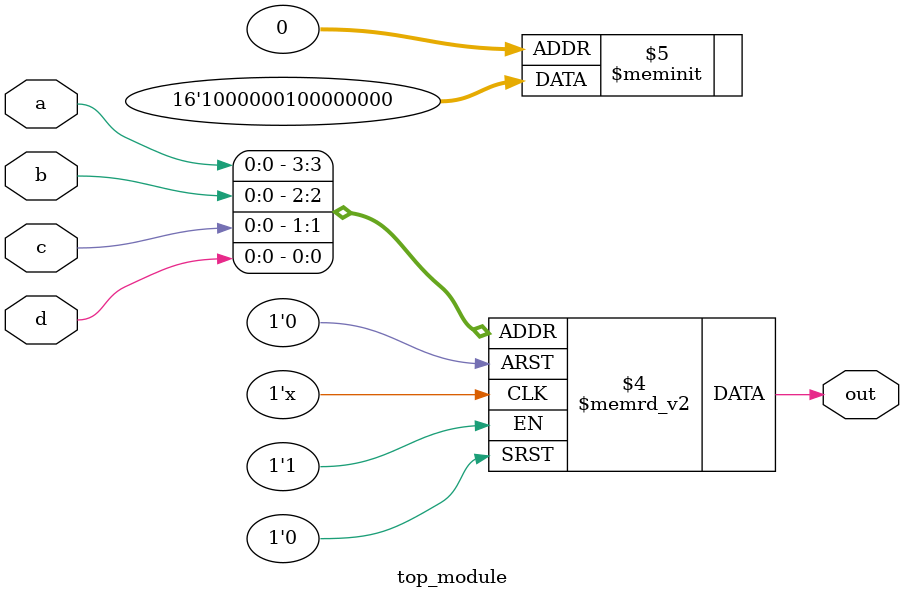
<source format=sv>
module top_module (
    input a, 
    input b,
    input c,
    input d,
    output reg out
);

always @(*) begin
    case ({a, b, c, d})
        4'b0000: out = 0;
        4'b0001: out = 0;
        4'b0010: out = 0;
        4'b0011: out = 0;
        4'b0100: out = 0;
        4'b0101: out = 0;
        4'b0110: out = 0;
        4'b0111: out = 0;
        4'b1000: out = 1;
        4'b1001: out = 0;
        4'b1010: out = 0;
        4'b1011: out = 0;
        4'b1100: out = 0;
        4'b1101: out = 0;
        4'b1110: out = 0;
        4'b1111: out = 1;
        default: out = 0;
    endcase
end

endmodule

</source>
